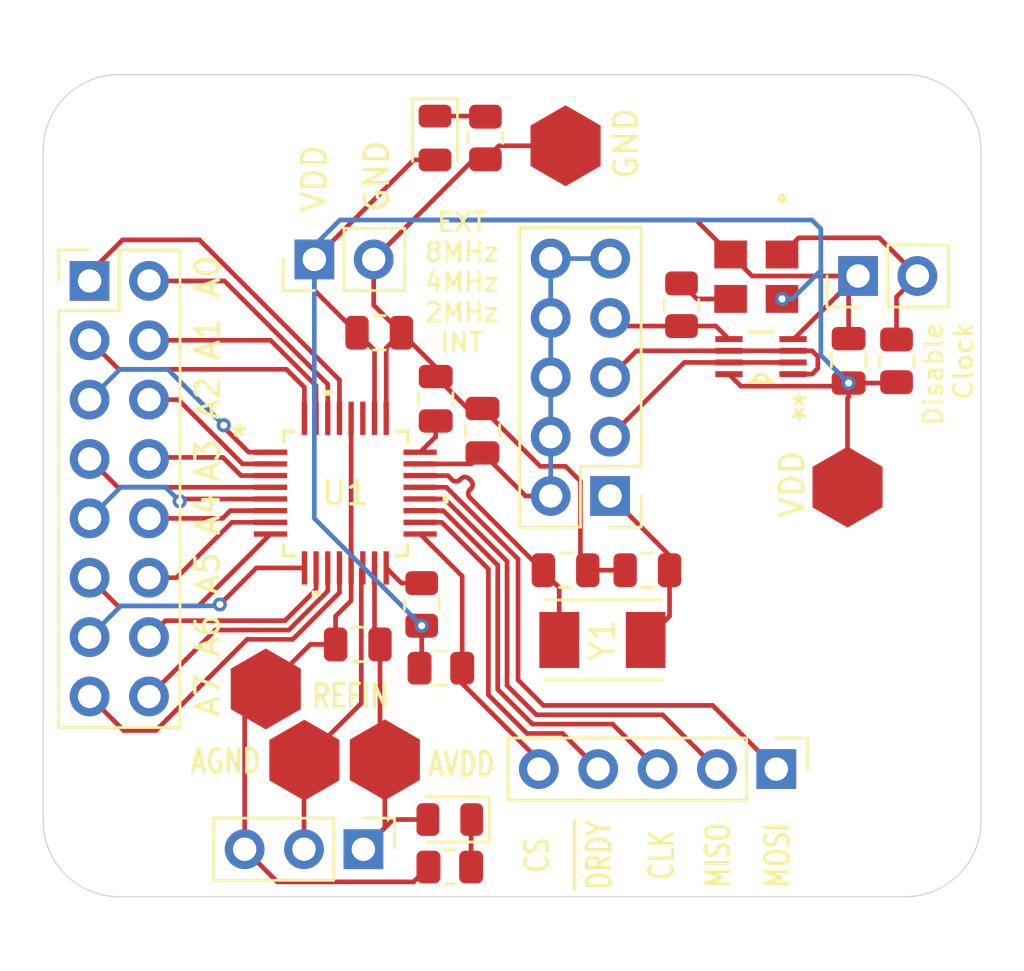
<source format=kicad_pcb>
(kicad_pcb (version 20240108) (generator "pcbnew") (generator_version "8.0")
  (layers (0 "F.Cu" signal) (31 "B.Cu" signal) (34 "B.Paste" user) (35 "F.Paste" user) (36 "B.SilkS" user "B.Silkscreen") (37 "F.SilkS" user "F.Silkscreen") (38 "B.Mask" user) (39 "F.Mask" user) (44 "Edge.Cuts" user))
  (net 0 "")
  (net 1 "GND")
  (net 2 "Net-(U1-CAP)")
  (net 3 "VDD")
  (net 4 "GNDA")
  (net 5 "VDDA")
  (net 6 "/CLKIN")
  (net 7 "/A7_P")
  (net 8 "/A6_P")
  (net 9 "/A3_P")
  (net 10 "/A4_N")
  (net 11 "/A0_P")
  (net 12 "/A1_N")
  (net 13 "/A0_N")
  (net 14 "/A7_N")
  (net 15 "/A1_P")
  (net 16 "/A2_P")
  (net 17 "/A6_N")
  (net 18 "/A4_P")
  (net 19 "/A3_N")
  (net 20 "/A5_P")
  (net 21 "/A5_N")
  (net 22 "/A2_N")
  (net 23 "/4MHz")
  (net 24 "/2MHz")
  (net 25 "/8MHz")
  (net 26 "/REFIN")
  (net 27 "/MISO")
  (net 28 "/MOSI")
  (net 29 "/*DRDY")
  (net 30 "/CLK")
  (net 31 "/CS")
  (net 32 "Net-(JP1-B)")
  (net 33 "/NSYNC")
  (net 34 "Net-(X1-OUT)")
  (net 35 "/XTAL2")
  (net 37 "/INT_OSC")
  (net 38 "Net-(D1-K)")
  (net 39 "Net-(D2-K)")
  (footprint "SVT_Special:TestPoint_HEX_3mmID" (layer "F.Cu") (at 33.528 51.816)
    (property "Reference" "TP4" (hide yes))
    (property "Value" "TestPoint")
    (pad "1" connect custom (at 0 0) (size 3 3) (layers "F.Cu" "F.Mask") (net 4 "GNDA") (options (clearance outline) (anchor circle)) (primitives (gr_poly (pts (xy 0 -1.732051) (xy 1.5 -0.866025) (xy 1.5 0.866025) (xy 0 1.732051) (xy -1.5 0.866025) (xy -1.5 -0.866025)) (width 0) (fill yes))))
  )
  (footprint "MountingHole:MountingHole_3mm" (layer "F.Cu") (at 60.833 28.829)
    (property "Reference" "H2" (hide yes))
    (property "Value" "MountingHole")
    (pad "" np_thru_hole circle (at 0 0) (size 3 3) (drill 3) (layers "*.Cu" "*.Mask"))
  )
  (footprint "Capacitor_SMD:C_0805_2012Metric" (layer "F.Cu") (at 40.8 39.4 90)
    (property "Reference" "C1" (hide yes))
    (property "Value" "220n")
    (pad "1" smd roundrect (at -0.95 0 90) (size 1 1.45) (layers "F.Cu" "F.Paste" "F.Mask") (net 2 "Net-(U1-CAP)"))
    (pad "2" smd roundrect (at 0.95 0 90) (size 1 1.45) (layers "F.Cu" "F.Paste" "F.Mask") (net 1 "GND"))
  )
  (footprint "SVT_Special:TestPoint_HEX_3mmID" (layer "F.Cu") (at 58.42 43.18)
    (property "Reference" "TP1" (hide yes))
    (property "Value" "TestPoint")
    (pad "1" connect custom (at 0 0) (size 3 3) (layers "F.Cu" "F.Mask") (net 3 "VDD") (options (clearance outline) (anchor circle)) (primitives (gr_poly (pts (xy 0 -1.732051) (xy 1.5 -0.866025) (xy 1.5 0.866025) (xy 0 1.732051) (xy -1.5 0.866025) (xy -1.5 -0.866025)) (width 0) (fill yes))))
  )
  (footprint "Connector_PinHeader_2.54mm:PinHeader_1x03_P2.54mm_Vertical" (layer "F.Cu") (at 37.704 58.674 -90)
    (property "Reference" "J4" (hide yes))
    (property "Value" "Analog Power")
    (pad "1" thru_hole rect (at 0 0 270) (size 1.7 1.7) (drill 1) (layers "*.Cu" "*.Mask") (net 5 "VDDA"))
    (pad "2" thru_hole oval (at 0 2.54 270) (size 1.7 1.7) (drill 1) (layers "*.Cu" "*.Mask") (net 26 "/REFIN"))
    (pad "3" thru_hole oval (at 0 5.08 270) (size 1.7 1.7) (drill 1) (layers "*.Cu" "*.Mask") (net 4 "GNDA"))
  )
  (footprint "Crystal:Crystal_SMD_TXC_7A-2Pin_5x3.2mm" (layer "F.Cu") (at 47.9336 49.721497 180)
    (property "Reference" "Y1" (at 0 0 90) (layer "F.SilkS"))
    (property "Value" "Crystal_Small")
    (pad "1" smd rect (at -1.85 0 180) (size 1.7 2.4) (layers "F.Cu" "F.Paste" "F.Mask") (net 37 "/INT_OSC"))
    (pad "2" smd rect (at 1.85 0 180) (size 1.7 2.4) (layers "F.Cu" "F.Paste" "F.Mask") (net 35 "/XTAL2"))
  )
  (footprint "MountingHole:MountingHole_3mm" (layer "F.Cu") (at 60.833 57.404)
    (property "Reference" "H4" (hide yes))
    (property "Value" "MountingHole")
    (pad "" np_thru_hole circle (at 0 0) (size 3 3) (drill 3) (layers "*.Cu" "*.Mask"))
  )
  (footprint "Capacitor_SMD:C_0805_2012Metric" (layer "F.Cu") (at 58.466494 37.776999 -90)
    (property "Reference" "C4" (hide yes))
    (property "Value" "1u")
    (pad "1" smd roundrect (at -0.95 0 270) (size 1 1.45) (layers "F.Cu" "F.Paste" "F.Mask") (net 1 "GND"))
    (pad "2" smd roundrect (at 0.95 0 270) (size 1 1.45) (layers "F.Cu" "F.Paste" "F.Mask") (net 3 "VDD"))
  )
  (footprint "Resistor_SMD:R_0805_2012Metric" (layer "F.Cu") (at 41.021 50.927)
    (property "Reference" "R2" (hide yes))
    (property "Value" "100k")
    (pad "1" smd roundrect (at -0.9125 0) (size 1.025 1.4) (layers "F.Cu" "F.Paste" "F.Mask") (roundrect_rratio 0.243902) (net 3 "VDD"))
    (pad "2" smd roundrect (at 0.9125 0) (size 1.025 1.4) (layers "F.Cu" "F.Paste" "F.Mask") (roundrect_rratio 0.243902) (net 31 "/CS"))
  )
  (footprint "Resistor_SMD:R_0805_2012Metric" (layer "F.Cu") (at 40.2 48.2 90)
    (property "Reference" "R1" (hide yes))
    (property "Value" "100k")
    (pad "1" smd roundrect (at -0.9125 0 90) (size 1.025 1.4) (layers "F.Cu" "F.Paste" "F.Mask") (roundrect_rratio 0.243902) (net 3 "VDD"))
    (pad "2" smd roundrect (at 0.9125 0 90) (size 1.025 1.4) (layers "F.Cu" "F.Paste" "F.Mask") (roundrect_rratio 0.243902) (net 33 "/NSYNC"))
  )
  (footprint "SN74AUP2G80DCUR:DCU8" (layer "F.Cu") (at 54.717097 37.596399 180)
    (property "Reference" "U2" (hide yes))
    (property "Value" "SN74AUP2G80DCUR")
    (fp_text user "*" (at -1.6256 -2.147 360) (layer "F.SilkS"))
    (fp_text user "*" (at -1.6256 -2.147 180) (layer "F.SilkS"))
    (pad "1" smd rect (at -1.3716 -0.750001 180) (size 1.1684 0.254) (layers "F.Cu" "F.Paste" "F.Mask") (net 23 "/4MHz"))
    (pad "2" smd rect (at -1.3716 -0.25 180) (size 1.1684 0.254) (layers "F.Cu" "F.Paste" "F.Mask") (net 24 "/2MHz"))
    (pad "3" smd rect (at -1.3716 0.25 180) (size 1.1684 0.254) (layers "F.Cu" "F.Paste" "F.Mask") (net 23 "/4MHz"))
    (pad "4" smd rect (at -1.3716 0.750001 180) (size 1.1684 0.254) (layers "F.Cu" "F.Paste" "F.Mask") (net 1 "GND"))
    (pad "5" smd rect (at 1.3716 0.750001 180) (size 1.1684 0.254) (layers "F.Cu" "F.Paste" "F.Mask") (net 25 "/8MHz"))
    (pad "6" smd rect (at 1.3716 0.25 180) (size 1.1684 0.254) (layers "F.Cu" "F.Paste" "F.Mask") (net 23 "/4MHz"))
    (pad "7" smd rect (at 1.3716 -0.25 180) (size 1.1684 0.254) (layers "F.Cu" "F.Paste" "F.Mask") (net 24 "/2MHz"))
    (pad "8" smd rect (at 1.3716 -0.750001 180) (size 1.1684 0.254) (layers "F.Cu" "F.Paste" "F.Mask") (net 3 "VDD"))
  )
  (footprint "LED_SMD:LED_0805_2012Metric" (layer "F.Cu") (at 40.767 28.2425 -90)
    (property "Reference" "D1" (hide yes))
    (property "Value" "LED")
    (pad "1" smd roundrect (at -0.9375 0 270) (size 0.975 1.4) (layers "F.Cu" "F.Paste" "F.Mask") (net 38 "Net-(D1-K)"))
    (pad "2" smd roundrect (at 0.9375 0 270) (size 0.975 1.4) (layers "F.Cu" "F.Paste" "F.Mask") (net 3 "VDD"))
  )
  (footprint "Connector_PinHeader_2.54mm:PinHeader_2x08_P2.54mm_Vertical" (layer "F.Cu") (at 25.9906 34.357497)
    (property "Reference" "J1" (hide yes))
    (property "Value" "Analog Pins")
    (pad "1" thru_hole rect (at 0 0) (size 1.7 1.7) (drill 1) (layers "*.Cu" "*.Mask") (net 11 "/A0_P"))
    (pad "2" thru_hole oval (at 2.54 0) (size 1.7 1.7) (drill 1) (layers "*.Cu" "*.Mask") (net 13 "/A0_N"))
    (pad "3" thru_hole oval (at 0 2.54) (size 1.7 1.7) (drill 1) (layers "*.Cu" "*.Mask") (net 15 "/A1_P"))
    (pad "4" thru_hole oval (at 2.54 2.54) (size 1.7 1.7) (drill 1) (layers "*.Cu" "*.Mask") (net 12 "/A1_N"))
    (pad "5" thru_hole oval (at 0 5.08) (size 1.7 1.7) (drill 1) (layers "*.Cu" "*.Mask") (net 16 "/A2_P"))
    (pad "6" thru_hole oval (at 2.54 5.08) (size 1.7 1.7) (drill 1) (layers "*.Cu" "*.Mask") (net 22 "/A2_N"))
    (pad "7" thru_hole oval (at 0 7.62) (size 1.7 1.7) (drill 1) (layers "*.Cu" "*.Mask") (net 9 "/A3_P"))
    (pad "8" thru_hole oval (at 2.54 7.62) (size 1.7 1.7) (drill 1) (layers "*.Cu" "*.Mask") (net 19 "/A3_N"))
    (pad "9" thru_hole oval (at 0 10.16) (size 1.7 1.7) (drill 1) (layers "*.Cu" "*.Mask") (net 18 "/A4_P"))
    (pad "10" thru_hole oval (at 2.54 10.16) (size 1.7 1.7) (drill 1) (layers "*.Cu" "*.Mask") (net 10 "/A4_N"))
    (pad "11" thru_hole oval (at 0 12.7) (size 1.7 1.7) (drill 1) (layers "*.Cu" "*.Mask") (net 20 "/A5_P"))
    (pad "12" thru_hole oval (at 2.54 12.7) (size 1.7 1.7) (drill 1) (layers "*.Cu" "*.Mask") (net 21 "/A5_N"))
    (pad "13" thru_hole oval (at 0 15.24) (size 1.7 1.7) (drill 1) (layers "*.Cu" "*.Mask") (net 8 "/A6_P"))
    (pad "14" thru_hole oval (at 2.54 15.24) (size 1.7 1.7) (drill 1) (layers "*.Cu" "*.Mask") (net 17 "/A6_N"))
    (pad "15" thru_hole oval (at 0 17.78) (size 1.7 1.7) (drill 1) (layers "*.Cu" "*.Mask") (net 7 "/A7_P"))
    (pad "16" thru_hole oval (at 2.54 17.78) (size 1.7 1.7) (drill 1) (layers "*.Cu" "*.Mask") (net 14 "/A7_N"))
  )
  (footprint "MountingHole:MountingHole_3mm" (layer "F.Cu") (at 27.305 28.829)
    (property "Reference" "H1" (hide yes))
    (property "Value" "MountingHole")
    (pad "" np_thru_hole circle (at 0 0) (size 3 3) (drill 3) (layers "*.Cu" "*.Mask"))
  )
  (footprint "Resistor_SMD:R_0805_2012Metric" (layer "F.Cu") (at 42.926 28.2425 -90)
    (property "Reference" "R5" (hide yes))
    (property "Value" "500")
    (pad "1" smd roundrect (at -0.9125 0 270) (size 1.025 1.4) (layers "F.Cu" "F.Paste" "F.Mask") (roundrect_rratio 0.243902) (net 38 "Net-(D1-K)"))
    (pad "2" smd roundrect (at 0.9125 0 270) (size 1.025 1.4) (layers "F.Cu" "F.Paste" "F.Mask") (roundrect_rratio 0.243902) (net 1 "GND"))
  )
  (footprint "Capacitor_SMD:C_0805_2012Metric" (layer "F.Cu") (at 42.799 40.767 90)
    (property "Reference" "C5" (hide yes))
    (property "Value" "10p")
    (pad "1" smd roundrect (at -0.95 0 90) (size 1 1.45) (layers "F.Cu" "F.Paste" "F.Mask") (net 6 "/CLKIN"))
    (pad "2" smd roundrect (at 0.95 0 90) (size 1 1.45) (layers "F.Cu" "F.Paste" "F.Mask") (net 1 "GND"))
  )
  (footprint "SVT_Special:TestPoint_HEX_3mmID" (layer "F.Cu") (at 46.355 28.575)
    (property "Reference" "TP3" (hide yes))
    (property "Value" "TestPoint")
    (pad "1" connect custom (at 0 0) (size 3 3) (layers "F.Cu" "F.Mask") (net 1 "GND") (options (clearance outline) (anchor circle)) (primitives (gr_poly (pts (xy 0 -1.732051) (xy 1.5 -0.866025) (xy 1.5 0.866025) (xy 0 1.732051) (xy -1.5 0.866025) (xy -1.5 -0.866025)) (width 0) (fill yes))))
  )
  (footprint "LED_SMD:LED_0805_2012Metric" (layer "F.Cu") (at 41.402 57.404 180)
    (property "Reference" "D2" (hide yes))
    (property "Value" "LED")
    (pad "1" smd roundrect (at -0.9375 0 180) (size 0.975 1.4) (layers "F.Cu" "F.Paste" "F.Mask") (net 39 "Net-(D2-K)"))
    (pad "2" smd roundrect (at 0.9375 0 180) (size 0.975 1.4) (layers "F.Cu" "F.Paste" "F.Mask") (net 5 "VDDA"))
  )
  (footprint "SVT_Special:TestPoint_HEX_3mmID" (layer "F.Cu") (at 35.179 54.864)
    (property "Reference" "TP5" (hide yes))
    (property "Value" "TestPoint")
    (pad "1" connect custom (at 0 0) (size 3 3) (layers "F.Cu" "F.Mask") (net 26 "/REFIN") (options (clearance outline) (anchor circle)) (primitives (gr_poly (pts (xy 0 -1.732051) (xy 1.5 -0.866025) (xy 1.5 0.866025) (xy 0 1.732051) (xy -1.5 0.866025) (xy -1.5 -0.866025)) (width 0) (fill yes))))
  )
  (footprint "Capacitor_SMD:C_0805_2012Metric" (layer "F.Cu") (at 38.3806 36.576)
    (property "Reference" "C2" (hide yes))
    (property "Value" "1u")
    (pad "1" smd roundrect (at -0.95 0) (size 1 1.45) (layers "F.Cu" "F.Paste" "F.Mask") (net 3 "VDD"))
    (pad "2" smd roundrect (at 0.95 0) (size 1 1.45) (layers "F.Cu" "F.Paste" "F.Mask") (net 1 "GND"))
  )
  (footprint "Capacitor_SMD:C_0805_2012Metric" (layer "F.Cu") (at 46.355 46.736)
    (property "Reference" "C7" (hide yes))
    (property "Value" "12p")
    (pad "1" smd roundrect (at -0.95 0) (size 1 1.45) (layers "F.Cu" "F.Paste" "F.Mask") (net 35 "/XTAL2"))
    (pad "2" smd roundrect (at 0.95 0) (size 1 1.45) (layers "F.Cu" "F.Paste" "F.Mask") (net 1 "GND"))
  )
  (footprint "SIT8924BA_22_33E_8_192000:SMD4_SIT8924B_3P2X2P5X0P75_SIT" (layer "F.Cu") (at 54.5171 34.176999 -90)
    (property "Reference" "X1" (hide yes))
    (property "Value" "SIT8924BA-22-33E-8.192000")
    (pad "1" smd rect (at -0.950001 -1.1 270) (size 1.1938 1.397) (layers "F.Cu" "F.Paste" "F.Mask") (net 32 "Net-(JP1-B)"))
    (pad "2" smd rect (at -0.950001 1.1 270) (size 1.1938 1.397) (layers "F.Cu" "F.Paste" "F.Mask") (net 1 "GND"))
    (pad "3" smd rect (at 0.950001 1.1 270) (size 1.1938 1.397) (layers "F.Cu" "F.Paste" "F.Mask") (net 34 "Net-(X1-OUT)"))
    (pad "4" smd rect (at 0.950001 -1.1 270) (size 1.1938 1.397) (layers "F.Cu" "F.Paste" "F.Mask") (net 3 "VDD"))
  )
  (footprint "MountingHole:MountingHole_3mm" (layer "F.Cu") (at 27.305 57.404)
    (property "Reference" "H3" (hide yes))
    (property "Value" "MountingHole")
    (pad "" np_thru_hole circle (at 0 0) (size 3 3) (drill 3) (layers "*.Cu" "*.Mask"))
  )
  (footprint "Connector_PinHeader_2.54mm:PinHeader_1x02_P2.54mm_Vertical" (layer "F.Cu") (at 35.6056 33.437497 90)
    (property "Reference" "J2" (hide yes))
    (property "Value" "Digital Power")
    (pad "1" thru_hole rect (at 0 0 90) (size 1.7 1.7) (drill 1) (layers "*.Cu" "*.Mask") (net 3 "VDD"))
    (pad "2" thru_hole oval (at 0 2.54 90) (size 1.7 1.7) (drill 1) (layers "*.Cu" "*.Mask") (net 1 "GND"))
  )
  (footprint "Resistor_SMD:R_0805_2012Metric" (layer "F.Cu") (at 51.3171 35.376999 -90)
    (property "Reference" "R4" (hide yes))
    (property "Value" "100k")
    (pad "1" smd roundrect (at -0.9125 0 270) (size 1.025 1.4) (layers "F.Cu" "F.Paste" "F.Mask") (roundrect_rratio 0.243902) (net 34 "Net-(X1-OUT)"))
    (pad "2" smd roundrect (at 0.9125 0 270) (size 1.025 1.4) (layers "F.Cu" "F.Paste" "F.Mask") (roundrect_rratio 0.243902) (net 25 "/8MHz"))
  )
  (footprint "Resistor_SMD:R_0805_2012Metric" (layer "F.Cu") (at 41.402 59.436 180)
    (property "Reference" "R6" (hide yes))
    (property "Value" "500")
    (pad "1" smd roundrect (at -0.9125 0 180) (size 1.025 1.4) (layers "F.Cu" "F.Paste" "F.Mask") (roundrect_rratio 0.243902) (net 39 "Net-(D2-K)"))
    (pad "2" smd roundrect (at 0.9125 0 180) (size 1.025 1.4) (layers "F.Cu" "F.Paste" "F.Mask") (roundrect_rratio 0.243902) (net 4 "GNDA"))
  )
  (footprint "Capacitor_SMD:C_0805_2012Metric" (layer "F.Cu") (at 37.465 49.911 180)
    (property "Reference" "C3" (hide yes))
    (property "Value" "1u")
    (pad "1" smd roundrect (at -0.95 0 180) (size 1 1.45) (layers "F.Cu" "F.Paste" "F.Mask") (net 5 "VDDA"))
    (pad "2" smd roundrect (at 0.95 0 180) (size 1 1.45) (layers "F.Cu" "F.Paste" "F.Mask") (net 4 "GNDA"))
  )
  (footprint "ADS131M08-Q1:TQFP32_PBS_TEX" (layer "F.Cu") (at 36.9306 43.437497)
    (property "Reference" "U1" (at 0 0 0) (layer "F.SilkS"))
    (property "Value" "ADS131M08QPBSRQ1")
    (fp_text user "*" (at -4.5466 -2.381 0) (layer "F.SilkS"))
    (pad "1" smd rect (at -3.2004 -1.749999 90) (size 0.2286 1.4224) (layers "F.Cu" "F.Paste" "F.Mask") (net 16 "/A2_P"))
    (pad "2" smd rect (at -3.2004 -1.25 90) (size 0.2286 1.4224) (layers "F.Cu" "F.Paste" "F.Mask") (net 22 "/A2_N"))
    (pad "3" smd rect (at -3.2004 -0.750001 90) (size 0.2286 1.4224) (layers "F.Cu" "F.Paste" "F.Mask") (net 19 "/A3_N"))
    (pad "4" smd rect (at -3.2004 -0.25 90) (size 0.2286 1.4224) (layers "F.Cu" "F.Paste" "F.Mask") (net 9 "/A3_P"))
    (pad "5" smd rect (at -3.2004 0.25 90) (size 0.2286 1.4224) (layers "F.Cu" "F.Paste" "F.Mask") (net 18 "/A4_P"))
    (pad "6" smd rect (at -3.2004 0.750001 90) (size 0.2286 1.4224) (layers "F.Cu" "F.Paste" "F.Mask") (net 10 "/A4_N"))
    (pad "7" smd rect (at -3.2004 1.25 90) (size 0.2286 1.4224) (layers "F.Cu" "F.Paste" "F.Mask") (net 21 "/A5_N"))
    (pad "8" smd rect (at -3.2004 1.749999 90) (size 0.2286 1.4224) (layers "F.Cu" "F.Paste" "F.Mask") (net 20 "/A5_P"))
    (pad "9" smd rect (at -1.749999 3.2004) (size 0.2286 1.4224) (layers "F.Cu" "F.Paste" "F.Mask") (net 8 "/A6_P"))
    (pad "10" smd rect (at -1.25 3.2004) (size 0.2286 1.4224) (layers "F.Cu" "F.Paste" "F.Mask") (net 17 "/A6_N"))
    (pad "11" smd rect (at -0.750001 3.2004) (size 0.2286 1.4224) (layers "F.Cu" "F.Paste" "F.Mask") (net 14 "/A7_N"))
    (pad "12" smd rect (at -0.25 3.2004) (size 0.2286 1.4224) (layers "F.Cu" "F.Paste" "F.Mask") (net 7 "/A7_P"))
    (pad "13" smd rect (at 0.25 3.2004) (size 0.2286 1.4224) (layers "F.Cu" "F.Paste" "F.Mask") (net 4 "GNDA"))
    (pad "14" smd rect (at 0.750001 3.2004) (size 0.2286 1.4224) (layers "F.Cu" "F.Paste" "F.Mask") (net 26 "/REFIN"))
    (pad "15" smd rect (at 1.25 3.2004) (size 0.2286 1.4224) (layers "F.Cu" "F.Paste" "F.Mask") (net 5 "VDDA"))
    (pad "16" smd rect (at 1.749999 3.2004) (size 0.2286 1.4224) (layers "F.Cu" "F.Paste" "F.Mask") (net 33 "/NSYNC"))
    (pad "17" smd rect (at 3.2004 1.749999 90) (size 0.2286 1.4224) (layers "F.Cu" "F.Paste" "F.Mask") (net 31 "/CS"))
    (pad "18" smd rect (at 3.2004 1.25 90) (size 0.2286 1.4224) (layers "F.Cu" "F.Paste" "F.Mask") (net 29 "/*DRDY"))
    (pad "19" smd rect (at 3.2004 0.750001 90) (size 0.2286 1.4224) (layers "F.Cu" "F.Paste" "F.Mask") (net 30 "/CLK"))
    (pad "20" smd rect (at 3.2004 0.25 90) (size 0.2286 1.4224) (layers "F.Cu" "F.Paste" "F.Mask") (net 27 "/MISO"))
    (pad "21" smd rect (at 3.2004 -0.25 90) (size 0.2286 1.4224) (layers "F.Cu" "F.Paste" "F.Mask") (net 28 "/MOSI"))
    (pad "22" smd rect (at 3.2004 -0.750001 90) (size 0.2286 1.4224) (layers "F.Cu" "F.Paste" "F.Mask") (net 35 "/XTAL2"))
    (pad "23" smd rect (at 3.2004 -1.25 90) (size 0.2286 1.4224) (layers "F.Cu" "F.Paste" "F.Mask") (net 6 "/CLKIN"))
    (pad "24" smd rect (at 3.2004 -1.749999 90) (size 0.2286 1.4224) (layers "F.Cu" "F.Paste" "F.Mask") (net 2 "Net-(U1-CAP)"))
    (pad "25" smd rect (at 1.749999 -3.2004) (size 0.2286 1.4224) (layers "F.Cu" "F.Paste" "F.Mask") (net 1 "GND"))
    (pad "26" smd rect (at 1.25 -3.2004) (size 0.2286 1.4224) (layers "F.Cu" "F.Paste" "F.Mask") (net 3 "VDD"))
    (pad "27" smd rect (at 0.750001 -3.2004) (size 0.2286 1.4224) (layers "F.Cu" "F.Paste" "F.Mask"))
    (pad "28" smd rect (at 0.25 -3.2004) (size 0.2286 1.4224) (layers "F.Cu" "F.Paste" "F.Mask") (net 4 "GNDA"))
    (pad "29" smd rect (at -0.25 -3.2004) (size 0.2286 1.4224) (layers "F.Cu" "F.Paste" "F.Mask") (net 11 "/A0_P"))
    (pad "30" smd rect (at -0.750001 -3.2004) (size 0.2286 1.4224) (layers "F.Cu" "F.Paste" "F.Mask") (net 13 "/A0_N"))
    (pad "31" smd rect (at -1.25 -3.2004) (size 0.2286 1.4224) (layers "F.Cu" "F.Paste" "F.Mask") (net 12 "/A1_N"))
    (pad "32" smd rect (at -1.749999 -3.2004) (size 0.2286 1.4224) (layers "F.Cu" "F.Paste" "F.Mask") (net 15 "/A1_P"))
  )
  (footprint "Resistor_SMD:R_0805_2012Metric" (layer "F.Cu") (at 60.516497 37.776999 -90)
    (property "Reference" "R3" (hide yes))
    (property "Value" "100k")
    (pad "1" smd roundrect (at -0.9125 0 270) (size 1.025 1.4) (layers "F.Cu" "F.Paste" "F.Mask") (roundrect_rratio 0.243902) (net 32 "Net-(JP1-B)"))
    (pad "2" smd roundrect (at 0.9125 0 270) (size 1.025 1.4) (layers "F.Cu" "F.Paste" "F.Mask") (roundrect_rratio 0.243902) (net 3 "VDD"))
  )
  (footprint "Connector_PinHeader_2.54mm:PinHeader_2x05_P2.54mm_Vertical" (layer "F.Cu") (at 48.26 43.561 180)
    (property "Reference" "J3" (hide yes))
    (property "Value" "Clock Chooser")
    (pad "1" thru_hole rect (at 0 0 180) (size 1.7 1.7) (drill 1) (layers "*.Cu" "*.Mask") (net 37 "/INT_OSC"))
    (pad "2" thru_hole oval (at 2.54 0 180) (size 1.7 1.7) (drill 1) (layers "*.Cu" "*.Mask") (net 6 "/CLKIN"))
    (pad "3" thru_hole oval (at 0 2.54 180) (size 1.7 1.7) (drill 1) (layers "*.Cu" "*.Mask") (net 24 "/2MHz"))
    (pad "4" thru_hole oval (at 2.54 2.54 180) (size 1.7 1.7) (drill 1) (layers "*.Cu" "*.Mask") (net 6 "/CLKIN"))
    (pad "5" thru_hole oval (at 0 5.08 180) (size 1.7 1.7) (drill 1) (layers "*.Cu" "*.Mask") (net 23 "/4MHz"))
    (pad "6" thru_hole oval (at 2.54 5.08 180) (size 1.7 1.7) (drill 1) (layers "*.Cu" "*.Mask") (net 6 "/CLKIN"))
    (pad "7" thru_hole oval (at 0 7.62 180) (size 1.7 1.7) (drill 1) (layers "*.Cu" "*.Mask") (net 25 "/8MHz"))
    (pad "8" thru_hole oval (at 2.54 7.62 180) (size 1.7 1.7) (drill 1) (layers "*.Cu" "*.Mask") (net 6 "/CLKIN"))
    (pad "9" thru_hole oval (at 0 10.16 180) (size 1.7 1.7) (drill 1) (layers "*.Cu" "*.Mask") (net 6 "/CLKIN"))
    (pad "10" thru_hole oval (at 2.54 10.16 180) (size 1.7 1.7) (drill 1) (layers "*.Cu" "*.Mask") (net 6 "/CLKIN"))
  )
  (footprint "SVT_Special:TestPoint_HEX_3mmID" (layer "F.Cu") (at 38.623 54.849)
    (property "Reference" "TP2" (hide yes))
    (property "Value" "TestPoint")
    (pad "1" connect custom (at 0 0) (size 3 3) (layers "F.Cu" "F.Mask") (net 5 "VDDA") (options (clearance outline) (anchor circle)) (primitives (gr_poly (pts (xy 0 -1.732051) (xy 1.5 -0.866025) (xy 1.5 0.866025) (xy 0 1.732051) (xy -1.5 0.866025) (xy -1.5 -0.866025)) (width 0) (fill yes))))
  )
  (footprint "Connector_PinHeader_2.54mm:PinHeader_1x05_P2.54mm_Vertical" (layer "F.Cu") (at 55.372 55.245 -90)
    (property "Reference" "J5" (hide yes))
    (property "Value" "SPI Communication")
    (pad "1" thru_hole rect (at 0 0 270) (size 1.7 1.7) (drill 1) (layers "*.Cu" "*.Mask") (net 28 "/MOSI"))
    (pad "2" thru_hole oval (at 0 2.54 270) (size 1.7 1.7) (drill 1) (layers "*.Cu" "*.Mask") (net 27 "/MISO"))
    (pad "3" thru_hole oval (at 0 5.08 270) (size 1.7 1.7) (drill 1) (layers "*.Cu" "*.Mask") (net 30 "/CLK"))
    (pad "4" thru_hole oval (at 0 7.62 270) (size 1.7 1.7) (drill 1) (layers "*.Cu" "*.Mask") (net 29 "/*DRDY"))
    (pad "5" thru_hole oval (at 0 10.16 270) (size 1.7 1.7) (drill 1) (layers "*.Cu" "*.Mask") (net 31 "/CS"))
  )
  (footprint "Connector_PinHeader_2.54mm:PinHeader_1x02_P2.54mm_Vertical" (layer "F.Cu") (at 58.870497 34.1464 90)
    (property "Reference" "JP1" (hide yes))
    (property "Value" "Jumper_2_Open")
    (pad "1" thru_hole rect (at 0 0 90) (size 1.7 1.7) (drill 1) (layers "*.Cu" "*.Mask") (net 1 "GND"))
    (pad "2" thru_hole oval (at 0 2.54 90) (size 1.7 1.7) (drill 1) (layers "*.Cu" "*.Mask") (net 32 "Net-(JP1-B)"))
  )
  (footprint "Capacitor_SMD:C_0805_2012Metric" (layer "F.Cu") (at 49.855 46.736 180)
    (property "Reference" "C6" (hide yes))
    (property "Value" "12p")
    (pad "1" smd roundrect (at -0.95 0 180) (size 1 1.45) (layers "F.Cu" "F.Paste" "F.Mask") (net 37 "/INT_OSC"))
    (pad "2" smd roundrect (at 0.95 0 180) (size 1 1.45) (layers "F.Cu" "F.Paste" "F.Mask") (net 1 "GND"))
  )
  (gr_line (start 27.2542 25.527) (end 60.8838 25.527) (stroke (width 0.05)) (layer "Edge.Cuts"))
  (gr_arc (start 64.135 57.4548) (mid 63.182746 59.753746) (end 60.8838 60.706) (stroke (width 0.05)) (layer "Edge.Cuts"))
  (gr_arc (start 60.8838 25.527) (mid 63.182746 26.479254) (end 64.135 28.7782) (stroke (width 0.05)) (layer "Edge.Cuts"))
  (gr_line (start 24.003 57.4548) (end 24.003 28.7782) (stroke (width 0.05)) (layer "Edge.Cuts"))
  (gr_arc (start 24.003 28.7782) (mid 24.955254 26.479254) (end 27.2542 25.527) (stroke (width 0.05)) (layer "Edge.Cuts"))
  (gr_line (start 64.135 28.7782) (end 64.135 57.4548) (stroke (width 0.05)) (layer "Edge.Cuts"))
  (gr_arc (start 27.2542 60.706) (mid 24.955254 59.753746) (end 24.003 57.4548) (stroke (width 0.05)) (layer "Edge.Cuts"))
  (gr_line (start 60.8838 60.706) (end 27.2542 60.706) (stroke (width 0.05)) (layer "Edge.Cuts"))
  (gr_text "GND" (at 38.862 31.496 90) (layer "F.SilkS") (effects (font (size 1 1)) (justify left bottom)))
  (gr_text "A7" (at 31.623 53.086 90) (layer "F.SilkS") (effects (font (size 1 1)) (justify left bottom)))
  (gr_text "_____\nDRDY" (at 48.387 58.928001 90) (layer "F.SilkS") (effects (font (size 1 0.762)) (justify bottom)))
  (gr_text "A6" (at 31.623 50.546 90) (layer "F.SilkS") (effects (font (size 1 1)) (justify left bottom)))
  (gr_text "EXT\n8MHz\n4MHz\n2MHz\nINT" (at 41.91 34.417 0) (layer "F.SilkS") (effects (font (size 0.8001 0.8001) (thickness 0.127))))
  (gr_text "Disable\nClock" (at 62.738 36.068 90) (layer "F.SilkS") (effects (font (size 0.8001 0.8001) (thickness 0.127)) (justify right)))
  (gr_text "A4" (at 31.623 45.339 90) (layer "F.SilkS") (effects (font (size 1 1)) (justify left bottom)))
  (gr_text "CLK" (at 51.054 58.928001 90) (layer "F.SilkS") (effects (font (size 1 0.762)) (justify bottom)))
  (gr_text "MOSI" (at 56.007 58.928 90) (layer "F.SilkS") (effects (font (size 1 0.762)) (justify bottom)))
  (gr_text "A1" (at 31.623 37.846 90) (layer "F.SilkS") (effects (font (size 1 1)) (justify left bottom)))
  (gr_text "AVDD" (at 40.386 55.626 0) (layer "F.SilkS") (effects (font (size 1 0.762)) (justify left bottom)))
  (gr_text "VDD" (at 56.642 44.577 90) (layer "F.SilkS") (effects (font (size 1 1)) (justify left bottom)))
  (gr_text "MISO\n" (at 53.467 58.928 90) (layer "F.SilkS") (effects (font (size 1 0.762)) (justify bottom)))
  (gr_text "CS" (at 45.72 58.928 90) (layer "F.SilkS") (effects (font (size 1 0.762)) (justify bottom)))
  (gr_text "REFIN" (at 35.433 52.705 0) (layer "F.SilkS") (effects (font (size 1 0.762)) (justify left bottom)))
  (gr_text "A0" (at 31.623 35.179 90) (layer "F.SilkS") (effects (font (size 1 1)) (justify left bottom)))
  (gr_text "A2" (at 31.623 40.386 90) (layer "F.SilkS") (effects (font (size 1 1)) (justify left bottom)))
  (gr_text "A5" (at 31.623 47.879 90) (layer "F.SilkS") (effects (font (size 1 1)) (justify left bottom)))
  (gr_text "GND" (at 49.53 30.099 90) (layer "F.SilkS") (effects (font (size 1 1)) (justify left bottom)))
  (gr_text "AGND" (at 30.226 55.499 0) (layer "F.SilkS") (effects (font (size 1 0.762)) (justify left bottom)))
  (gr_text "A3" (at 31.623 43.053 90) (layer "F.SilkS") (effects (font (size 1 1)) (justify left bottom)))
  (gr_text "VDD" (at 36.195 31.496 90) (layer "F.SilkS") (effects (font (size 1 1)) (justify left bottom)))
  (segment (start 40.8 38.45) (end 42.167 39.817) (width 0.2) (layer "F.Cu") (net 1))
  (segment (start 43.506 28.575) (end 46.355 28.575) (width 0.2) (layer "F.Cu") (net 1))
  (segment (start 46.99 42.926) (end 46.99 46.421) (width 0.2) (layer "F.Cu") (net 1))
  (segment (start 54.336502 34.1464) (end 58.870497 34.1464) (width 0.2) (layer "F.Cu") (net 1))
  (segment (start 58.466494 34.550403) (end 58.870497 34.1464) (width 0.2) (layer "F.Cu") (net 1))
  (segment (start 46.99 46.421) (end 47.305 46.736) (width 0.2) (layer "F.Cu") (net 1))
  (segment (start 46.355 42.291) (end 46.99 42.926) (width 0.2) (layer "F.Cu") (net 1))
  (segment (start 53.4171 33.226998) (end 51.940102 31.75) (width 0.2) (layer "F.Cu") (net 1))
  (segment (start 42.926 29.155) (end 43.506 28.575) (width 0.2) (layer "F.Cu") (net 1))
  (segment (start 42.926 29.155) (end 42.428097 29.155) (width 0.2) (layer "F.Cu") (net 1))
  (segment (start 56.088697 36.846398) (end 56.117602 36.846398) (width 0.2) (layer "F.Cu") (net 1))
  (segment (start 58.466494 36.826999) (end 58.466494 34.550403) (width 0.2) (layer "F.Cu") (net 1))
  (segment (start 42.167 39.817) (end 42.799 39.817) (width 0.2) (layer "F.Cu") (net 1))
  (segment (start 53.4171 33.226998) (end 54.336502 34.1464) (width 0.2) (layer "F.Cu") (net 1))
  (segment (start 51.940102 31.75) (end 39.833097 31.75) (width 0.2) (layer "F.Cu") (net 1))
  (segment (start 38.1456 35.391) (end 39.3306 36.576) (width 0.2) (layer "F.Cu") (net 1))
  (segment (start 38.1456 33.437497) (end 38.1456 35.391) (width 0.2) (layer "F.Cu") (net 1))
  (segment (start 58.8176 34.1464) (end 58.870497 34.1464) (width 0.2) (layer "F.Cu") (net 1))
  (segment (start 45.273 42.291) (end 46.355 42.291) (width 0.2) (layer "F.Cu") (net 1))
  (segment (start 48.905 46.736) (end 47.305 46.736) (width 0.2) (layer "F.Cu") (net 1))
  (segment (start 40.8 38.0454) (end 40.8 38.45) (width 0.2) (layer "F.Cu") (net 1))
  (segment (start 56.117602 36.846398) (end 58.8176 34.1464) (width 0.2) (layer "F.Cu") (net 1))
  (segment (start 39.3306 36.576) (end 40.8 38.0454) (width 0.2) (layer "F.Cu") (net 1))
  (segment (start 42.428097 29.155) (end 38.1456 33.437497) (width 0.2) (layer "F.Cu") (net 1))
  (segment (start 42.799 39.817) (end 45.273 42.291) (width 0.2) (layer "F.Cu") (net 1))
  (segment (start 38.680599 37.226001) (end 38.680599 40.237097) (width 0.2) (layer "F.Cu") (net 1))
  (segment (start 39.3306 36.576) (end 38.680599 37.226001) (width 0.2) (layer "F.Cu") (net 1))
  (segment (start 39.833097 31.75) (end 38.1456 33.437497) (width 0.2) (layer "F.Cu") (net 1))
  (segment (start 40.8 40.35) (end 40.8 41.018498) (width 0.2) (layer "F.Cu") (net 2))
  (segment (start 40.8 41.018498) (end 40.131 41.687498) (width 0.2) (layer "F.Cu") (net 2))
  (segment (start 58.331493 38.862) (end 53.861097 38.862) (width 0.2) (layer "F.Cu") (net 3))
  (segment (start 35.6056 34.751) (end 37.4306 36.576) (width 0.2) (layer "F.Cu") (net 3))
  (segment (start 53.861097 38.862) (end 53.345497 38.3464) (width 0.2) (layer "F.Cu") (net 3))
  (segment (start 37.4306 36.576) (end 38.1806 37.326) (width 0.2) (layer "F.Cu") (net 3))
  (segment (start 60.478997 38.726999) (end 60.516497 38.689499) (width 0.2) (layer "F.Cu") (net 3))
  (segment (start 39.863097 29.18) (end 40.767 29.18) (width 0.2) (layer "F.Cu") (net 3))
  (segment (start 58.466494 38.726999) (end 58.466494 39.323506) (width 0.2) (layer "F.Cu") (net 3))
  (segment (start 58.466494 38.726999) (end 60.478997 38.726999) (width 0.2) (layer "F.Cu") (net 3))
  (segment (start 40.2 50.8355) (end 40.1085 50.927) (width 0.2) (layer "F.Cu") (net 3))
  (segment (start 58.466494 39.323506) (end 58.42 39.37) (width 0.2) (layer "F.Cu") (net 3))
  (segment (start 38.1806 37.326) (end 38.1806 40.237097) (width 0.2) (layer "F.Cu") (net 3))
  (segment (start 35.6056 33.437497) (end 39.863097 29.18) (width 0.2) (layer "F.Cu") (net 3))
  (segment (start 40.2 49.1125) (end 40.2 50.8355) (width 0.2) (layer "F.Cu") (net 3))
  (segment (start 58.466494 38.726999) (end 58.331493 38.862) (width 0.2) (layer "F.Cu") (net 3))
  (segment (start 58.42 39.37) (end 58.42 43.18) (width 0.2) (layer "F.Cu") (net 3))
  (segment (start 35.6056 33.437497) (end 35.6056 34.751) (width 0.2) (layer "F.Cu") (net 3))
  (via (at 58.466494 38.726999) (size 0.6) (drill 0.3) (layers "F.Cu" "B.Cu") (net 3))
  (via (at 40.2 49.1125) (size 0.6) (drill 0.3) (layers "F.Cu" "B.Cu") (net 3))
  (via (at 55.6171 35.127) (size 0.6) (drill 0.3) (layers "F.Cu" "B.Cu") (net 3))
  (segment (start 57.277 33.782) (end 57.277 32.131) (width 0.2) (layer "B.Cu") (net 3))
  (segment (start 58.466494 38.726999) (end 57.277 37.537505) (width 0.2) (layer "B.Cu") (net 3))
  (segment (start 57.277 33.909) (end 57.277 33.782) (width 0.2) (layer "B.Cu") (net 3))
  (segment (start 57.277 37.537505) (end 57.277 33.782) (width 0.2) (layer "B.Cu") (net 3))
  (segment (start 55.6171 35.127) (end 56.059 35.127) (width 0.2) (layer "B.Cu") (net 3))
  (segment (start 36.703 31.75) (end 35.6056 32.8474) (width 0.2) (layer "B.Cu") (net 3))
  (segment (start 35.6056 44.5181) (end 35.6056 33.437497) (width 0.2) (layer "B.Cu") (net 3))
  (segment (start 35.6056 32.8474) (end 35.6056 33.437497) (width 0.2) (layer "B.Cu") (net 3))
  (segment (start 56.896 31.75) (end 36.703 31.75) (width 0.2) (layer "B.Cu") (net 3))
  (segment (start 40.2 49.1125) (end 35.6056 44.5181) (width 0.2) (layer "B.Cu") (net 3))
  (segment (start 57.277 32.131) (end 56.896 31.75) (width 0.2) (layer "B.Cu") (net 3))
  (segment (start 56.059 35.127) (end 57.277 33.909) (width 0.2) (layer "B.Cu") (net 3))
  (segment (start 32.624 52.72) (end 33.528 51.816) (width 0.2) (layer "F.Cu") (net 4))
  (segment (start 35.433 49.911) (end 36.515 49.911) (width 0.2) (layer "F.Cu") (net 4))
  (segment (start 39.8545 60.071) (end 34.021 60.071) (width 0.2) (layer "F.Cu") (net 4))
  (segment (start 34.021 60.071) (end 32.624 58.674) (width 0.2) (layer "F.Cu") (net 4))
  (segment (start 32.624 58.674) (end 32.624 52.72) (width 0.2) (layer "F.Cu") (net 4))
  (segment (start 37.1806 48.0364) (end 37.1806 46.637897) (width 0.2) (layer "F.Cu") (net 4))
  (segment (start 40.4895 59.436) (end 39.8545 60.071) (width 0.2) (layer "F.Cu") (net 4))
  (segment (start 37.1806 40.237097) (end 37.1806 46.637897) (width 0.2) (layer "F.Cu") (net 4))
  (segment (start 36.515 49.911) (end 36.515 48.702) (width 0.2) (layer "F.Cu") (net 4))
  (segment (start 33.528 51.816) (end 35.433 49.911) (width 0.2) (layer "F.Cu") (net 4))
  (segment (start 36.515 48.702) (end 37.1806 48.0364) (width 0.2) (layer "F.Cu") (net 4))
  (segment (start 37.704 58.674) (end 38.623 57.755) (width 0.2) (layer "F.Cu") (net 5))
  (segment (start 38.415 54.641) (end 38.623 54.849) (width 0.2) (layer "F.Cu") (net 5))
  (segment (start 38.415 49.911) (end 38.1806 49.6766) (width 0.2) (layer "F.Cu") (net 5))
  (segment (start 38.1806 49.6766) (end 38.1806 46.637897) (width 0.2) (layer "F.Cu") (net 5))
  (segment (start 38.415 49.911) (end 38.415 54.641) (width 0.2) (layer "F.Cu") (net 5))
  (segment (start 38.623 57.755) (end 38.623 54.849) (width 0.2) (layer "F.Cu") (net 5))
  (segment (start 37.704 58.674) (end 38.974 57.404) (width 0.2) (layer "F.Cu") (net 5))
  (segment (start 38.974 57.404) (end 40.4645 57.404) (width 0.2) (layer "F.Cu") (net 5))
  (segment (start 40.131 42.187497) (end 42.328503 42.187497) (width 0.2) (layer "F.Cu") (net 6))
  (segment (start 42.799 41.717) (end 44.643 43.561) (width 0.2) (layer "F.Cu") (net 6))
  (segment (start 44.643 43.561) (end 45.72 43.561) (width 0.2) (layer "F.Cu") (net 6))
  (segment (start 42.328503 42.187497) (end 42.799 41.717) (width 0.2) (layer "F.Cu") (net 6))
  (segment (start 48.26 33.401) (end 45.72 33.401) (width 0.2) (layer "B.Cu") (net 6))
  (segment (start 45.72 33.401) (end 45.72 43.561) (width 0.2) (layer "B.Cu") (net 6))
  (segment (start 32.728 49.695) (end 28.829 53.594) (width 0.2) (layer "F.Cu") (net 7))
  (segment (start 36.6806 47.69477) (end 34.68037 49.695) (width 0.2) (layer "F.Cu") (net 7))
  (segment (start 36.6806 46.637897) (end 36.6806 47.69477) (width 0.2) (layer "F.Cu") (net 7))
  (segment (start 34.68037 49.695) (end 32.728 49.695) (width 0.2) (layer "F.Cu") (net 7))
  (segment (start 28.829 53.594) (end 27.447103 53.594) (width 0.2) (layer "F.Cu") (net 7))
  (segment (start 27.447103 53.594) (end 25.9906 52.137497) (width 0.2) (layer "F.Cu") (net 7))
  (segment (start 31.564613 48.201613) (end 33.128329 46.637897) (width 0.2) (layer "F.Cu") (net 8))
  (segment (start 33.128329 46.637897) (end 35.180601 46.637897) (width 0.2) (layer "F.Cu") (net 8))
  (via (at 31.564613 48.201613) (size 0.6) (drill 0.3) (layers "F.Cu" "B.Cu") (net 8))
  (segment (start 27.328097 48.26) (end 25.9906 49.597497) (width 0.2) (layer "B.Cu") (net 8))
  (segment (start 31.564613 48.201613) (end 31.506226 48.26) (width 0.2) (layer "B.Cu") (net 8))
  (segment (start 31.506226 48.26) (end 27.328097 48.26) (width 0.2) (layer "B.Cu") (net 8))
  (segment (start 33.7302 43.187497) (end 27.2006 43.187497) (width 0.2) (layer "F.Cu") (net 9))
  (segment (start 27.2006 43.187497) (end 25.9906 41.977497) (width 0.2) (layer "F.Cu") (net 9))
  (segment (start 33.7302 44.187498) (end 32.011031 44.187498) (width 0.2) (layer "F.Cu") (net 10))
  (segment (start 32.011031 44.187498) (end 31.681032 44.517497) (width 0.2) (layer "F.Cu") (net 10))
  (segment (start 31.681032 44.517497) (end 28.5306 44.517497) (width 0.2) (layer "F.Cu") (net 10))
  (segment (start 30.684501 32.6) (end 27.4 32.6) (width 0.2) (layer "F.Cu") (net 11))
  (segment (start 36.6806 40.237097) (end 36.6806 38.596099) (width 0.2) (layer "F.Cu") (net 11))
  (segment (start 36.6806 38.596099) (end 30.684501 32.6) (width 0.2) (layer "F.Cu") (net 11))
  (segment (start 27.4 32.6) (end 25.9906 34.0094) (width 0.2) (layer "F.Cu") (net 11))
  (segment (start 25.9906 34.0094) (end 25.9906 34.357497) (width 0.2) (layer "F.Cu") (net 11))
  (segment (start 35.6806 38.846286) (end 33.731811 36.897497) (width 0.2) (layer "F.Cu") (net 12))
  (segment (start 35.6806 40.237097) (end 35.6806 38.846286) (width 0.2) (layer "F.Cu") (net 12))
  (segment (start 33.731811 36.897497) (end 28.5306 36.897497) (width 0.2) (layer "F.Cu") (net 12))
  (segment (start 36.180599 40.237097) (end 36.180599 38.780599) (width 0.2) (layer "F.Cu") (net 13))
  (segment (start 36.180599 38.780599) (end 31.757497 34.357497) (width 0.2) (layer "F.Cu") (net 13))
  (segment (start 31.757497 34.357497) (end 28.5306 34.357497) (width 0.2) (layer "F.Cu") (net 13))
  (segment (start 36.180599 46.637897) (end 36.180599 47.629085) (width 0.2) (layer "F.Cu") (net 14))
  (segment (start 34.514684 49.295) (end 31.373097 49.295) (width 0.2) (layer "F.Cu") (net 14))
  (segment (start 36.180599 47.629085) (end 34.514684 49.295) (width 0.2) (layer "F.Cu") (net 14))
  (segment (start 31.373097 49.295) (end 28.5306 52.137497) (width 0.2) (layer "F.Cu") (net 14))
  (segment (start 34.408573 38.139945) (end 27.233048 38.139945) (width 0.2) (layer "F.Cu") (net 15))
  (segment (start 27.233048 38.139945) (end 25.9906 36.897497) (width 0.2) (layer "F.Cu") (net 15))
  (segment (start 35.180601 38.911973) (end 34.408573 38.139945) (width 0.2) (layer "F.Cu") (net 15))
  (segment (start 35.180601 40.237097) (end 35.180601 38.911973) (width 0.2) (layer "F.Cu") (net 15))
  (segment (start 31.729765 40.619765) (end 32.797498 41.687498) (width 0.2) (layer "F.Cu") (net 16))
  (segment (start 31.729765 40.533235) (end 31.729765 40.619765) (width 0.2) (layer "F.Cu") (net 16))
  (segment (start 32.797498 41.687498) (end 33.7302 41.687498) (width 0.2) (layer "F.Cu") (net 16))
  (via (at 31.729765 40.533235) (size 0.6) (drill 0.3) (layers "F.Cu" "B.Cu") (net 16))
  (segment (start 27.283158 38.144939) (end 25.9906 39.437497) (width 0.2) (layer "B.Cu") (net 16))
  (segment (start 29.341469 38.144939) (end 27.283158 38.144939) (width 0.2) (layer "B.Cu") (net 16))
  (segment (start 31.729765 40.533235) (end 29.341469 38.144939) (width 0.2) (layer "B.Cu") (net 16))
  (segment (start 29.233097 48.895) (end 34.348998 48.895) (width 0.2) (layer "F.Cu") (net 17))
  (segment (start 35.6806 47.563398) (end 35.6806 46.637897) (width 0.2) (layer "F.Cu") (net 17))
  (segment (start 34.348998 48.895) (end 35.6806 47.563398) (width 0.2) (layer "F.Cu") (net 17))
  (segment (start 28.5306 49.597497) (end 29.233097 48.895) (width 0.2) (layer "F.Cu") (net 17))
  (segment (start 29.945 43.687497) (end 33.7302 43.687497) (width 0.2) (layer "F.Cu") (net 18))
  (segment (start 29.845 43.787497) (end 29.945 43.687497) (width 0.2) (layer "F.Cu") (net 18))
  (via (at 29.845 43.787497) (size 0.6) (drill 0.3) (layers "F.Cu" "B.Cu") (net 18))
  (segment (start 29.845 43.787497) (end 29.237503 43.18) (width 0.2) (layer "B.Cu") (net 18))
  (segment (start 29.237503 43.18) (end 27.328097 43.18) (width 0.2) (layer "B.Cu") (net 18))
  (segment (start 27.328097 43.18) (end 25.9906 44.517497) (width 0.2) (layer "B.Cu") (net 18))
  (segment (start 32.46981 42.687496) (end 31.692314 41.91) (width 0.2) (layer "F.Cu") (net 19))
  (segment (start 31.692314 41.91) (end 28.598097 41.91) (width 0.2) (layer "F.Cu") (net 19))
  (segment (start 33.7302 42.687496) (end 32.46981 42.687496) (width 0.2) (layer "F.Cu") (net 19))
  (segment (start 28.598097 41.91) (end 28.5306 41.977497) (width 0.2) (layer "F.Cu") (net 19))
  (segment (start 27.193103 48.26) (end 25.9906 47.057497) (width 0.2) (layer "F.Cu") (net 20))
  (segment (start 30.657696 48.26) (end 27.193103 48.26) (width 0.2) (layer "F.Cu") (net 20))
  (segment (start 33.7302 45.187496) (end 30.657696 48.26) (width 0.2) (layer "F.Cu") (net 20))
  (segment (start 29.706718 47.057497) (end 28.5306 47.057497) (width 0.2) (layer "F.Cu") (net 21))
  (segment (start 32.076718 44.687497) (end 29.706718 47.057497) (width 0.2) (layer "F.Cu") (net 21))
  (segment (start 33.7302 44.687497) (end 32.076718 44.687497) (width 0.2) (layer "F.Cu") (net 21))
  (segment (start 32.535497 42.187497) (end 29.785497 39.437497) (width 0.2) (layer "F.Cu") (net 22))
  (segment (start 29.785497 39.437497) (end 28.5306 39.437497) (width 0.2) (layer "F.Cu") (net 22))
  (segment (start 33.7302 42.187497) (end 32.535497 42.187497) (width 0.2) (layer "F.Cu") (net 22))
  (segment (start 57.15 37.592) (end 56.904399 37.346399) (width 0.2) (layer "F.Cu") (net 23))
  (segment (start 53.345497 37.346399) (end 56.088697 37.346399) (width 0.2) (layer "F.Cu") (net 23))
  (segment (start 49.394601 37.346399) (end 48.26 38.481) (width 0.2) (layer "F.Cu") (net 23))
  (segment (start 57.15 38.096296) (end 57.15 37.592) (width 0.2) (layer "F.Cu") (net 23))
  (segment (start 56.088697 38.3464) (end 56.899896 38.3464) (width 0.2) (layer "F.Cu") (net 23))
  (segment (start 56.904399 37.346399) (end 56.088697 37.346399) (width 0.2) (layer "F.Cu") (net 23))
  (segment (start 53.345497 37.346399) (end 49.394601 37.346399) (width 0.2) (layer "F.Cu") (net 23))
  (segment (start 56.899896 38.3464) (end 57.15 38.096296) (width 0.2) (layer "F.Cu") (net 23))
  (segment (start 53.345497 37.846399) (end 51.434601 37.846399) (width 0.2) (layer "F.Cu") (net 24))
  (segment (start 56.088697 37.846399) (end 53.345497 37.846399) (width 0.2) (layer "F.Cu") (net 24))
  (segment (start 51.434601 37.846399) (end 48.26 41.021) (width 0.2) (layer "F.Cu") (net 24))
  (segment (start 52.788598 36.289499) (end 51.3171 36.289499) (width 0.2) (layer "F.Cu") (net 25))
  (segment (start 53.345497 36.846398) (end 52.788598 36.289499) (width 0.2) (layer "F.Cu") (net 25))
  (segment (start 48.608499 36.289499) (end 48.26 35.941) (width 0.2) (layer "F.Cu") (net 25))
  (segment (start 51.3171 36.289499) (end 48.608499 36.289499) (width 0.2) (layer "F.Cu") (net 25))
  (segment (start 37.615 52.428) (end 37.615 46.703498) (width 0.2) (layer "F.Cu") (net 26))
  (segment (start 35.164 54.879) (end 35.179 54.864) (width 0.2) (layer "F.Cu") (net 26))
  (segment (start 35.164 58.674) (end 35.164 54.879) (width 0.2) (layer "F.Cu") (net 26))
  (segment (start 35.179 54.864) (end 37.615 52.428) (width 0.2) (layer "F.Cu") (net 26))
  (segment (start 37.615 46.703498) (end 37.680601 46.637897) (width 0.2) (layer "F.Cu") (net 26))
  (segment (start 45.104686 52.921) (end 50.508 52.921) (width 0.2) (layer "F.Cu") (net 27))
  (segment (start 41.187873 43.687497) (end 43.853 46.352624) (width 0.2) (layer "F.Cu") (net 27))
  (segment (start 43.853 46.352624) (end 43.853 51.669314) (width 0.2) (layer "F.Cu") (net 27))
  (segment (start 43.853 51.669314) (end 45.104686 52.921) (width 0.2) (layer "F.Cu") (net 27))
  (segment (start 50.508 52.921) (end 52.832 55.245) (width 0.2) (layer "F.Cu") (net 27))
  (segment (start 40.131 43.687497) (end 41.187873 43.687497) (width 0.2) (layer "F.Cu") (net 27))
  (segment (start 52.648 52.521) (end 55.372 55.245) (width 0.2) (layer "F.Cu") (net 28))
  (segment (start 44.323 51.435) (end 45.409 52.521) (width 0.2) (layer "F.Cu") (net 28))
  (segment (start 40.131 43.187497) (end 41.253559 43.187497) (width 0.2) (layer "F.Cu") (net 28))
  (segment (start 45.409 52.521) (end 52.648 52.521) (width 0.2) (layer "F.Cu") (net 28))
  (segment (start 44.323 46.256938) (end 44.323 51.435) (width 0.2) (layer "F.Cu") (net 28))
  (segment (start 41.253559 43.187497) (end 44.323 46.256938) (width 0.2) (layer "F.Cu") (net 28))
  (segment (start 46.228 53.721) (end 47.752 55.245) (width 0.2) (layer "F.Cu") (net 29))
  (segment (start 44.704 53.721) (end 46.228 53.721) (width 0.2) (layer "F.Cu") (net 29))
  (segment (start 40.131 44.687497) (end 41.056501 44.687497) (width 0.2) (layer "F.Cu") (net 29))
  (segment (start 43.053 46.683996) (end 43.053 52.07) (width 0.2) (layer "F.Cu") (net 29))
  (segment (start 43.053 52.07) (end 44.704 53.721) (width 0.2) (layer "F.Cu") (net 29))
  (segment (start 41.056501 44.687497) (end 43.053 46.683996) (width 0.2) (layer "F.Cu") (net 29))
  (segment (start 40.131 44.187498) (end 41.122188 44.187498) (width 0.2) (layer "F.Cu") (net 30))
  (segment (start 44.939 53.321) (end 48.368 53.321) (width 0.2) (layer "F.Cu") (net 30))
  (segment (start 43.453 51.835) (end 44.939 53.321) (width 0.2) (layer "F.Cu") (net 30))
  (segment (start 41.122188 44.187498) (end 43.453 46.51831) (width 0.2) (layer "F.Cu") (net 30))
  (segment (start 43.453 46.51831) (end 43.453 51.835) (width 0.2) (layer "F.Cu") (net 30))
  (segment (start 48.368 53.321) (end 50.292 55.245) (width 0.2) (layer "F.Cu") (net 30))
  (segment (start 41.9335 50.927) (end 41.9335 51.5855) (width 0.2) (layer "F.Cu") (net 31))
  (segment (start 41.9335 46.989996) (end 41.9335 50.927) (width 0.2) (layer "F.Cu") (net 31))
  (segment (start 41.9335 51.5855) (end 45.212 54.864) (width 0.2) (layer "F.Cu") (net 31))
  (segment (start 45.212 54.864) (end 45.212 55.245) (width 0.2) (layer "F.Cu") (net 31))
  (segment (start 40.131 45.187496) (end 41.9335 46.989996) (width 0.2) (layer "F.Cu") (net 31))
  (segment (start 60.516497 35.0404) (end 61.410497 34.1464) (width 0.2) (layer "F.Cu") (net 32))
  (segment (start 60.516497 36.864499) (end 60.516497 35.0404) (width 0.2) (layer "F.Cu") (net 32))
  (segment (start 56.332098 32.512) (end 59.776097 32.512) (width 0.2) (layer "F.Cu") (net 32))
  (segment (start 55.6171 33.226998) (end 56.332098 32.512) (width 0.2) (layer "F.Cu") (net 32))
  (segment (start 59.776097 32.512) (end 61.410497 34.1464) (width 0.2) (layer "F.Cu") (net 32))
  (segment (start 40.2 47.2875) (end 39.330202 47.2875) (width 0.2) (layer "F.Cu") (net 33))
  (segment (start 39.330202 47.2875) (end 38.680599 46.637897) (width 0.2) (layer "F.Cu") (net 33))
  (segment (start 51.979601 35.127) (end 51.3171 34.464499) (width 0.2) (layer "F.Cu") (net 34))
  (segment (start 53.4171 35.127) (end 51.979601 35.127) (width 0.2) (layer "F.Cu") (net 34))
  (segment (start 46.0836 47.4806) (end 46.0836 49.721497) (width 0.2) (layer "F.Cu") (net 35))
  (segment (start 41.837432 42.866273) (end 41.883944 42.819758) (width 0.2) (layer "F.Cu") (net 35))
  (segment (start 44.240825 45.609077) (end 45.367748 46.736) (width 0.2) (layer "F.Cu") (net 35))
  (segment (start 42.346548 43.7148) (end 44.240825 45.609077) (width 0.2) (layer "F.Cu") (net 35))
  (segment (start 42.308208 43.244023) (end 42.261693 43.290535) (width 0.2) (layer "F.Cu") (net 35))
  (segment (start 45.367748 46.736) (end 45.405 46.736) (width 0.2) (layer "F.Cu") (net 35))
  (segment (start 42.261694 43.629947) (end 42.346548 43.7148) (width 0.2) (layer "F.Cu") (net 35))
  (segment (start 40.131 42.687496) (end 41.319244 42.687496) (width 0.2) (layer "F.Cu") (net 35))
  (segment (start 41.319244 42.687496) (end 41.49802 42.866272) (width 0.2) (layer "F.Cu") (net 35))
  (segment (start 42.223356 42.819759) (end 42.308208 42.904611) (width 0.2) (layer "F.Cu") (net 35))
  (segment (start 45.405 46.736) (end 45.405 46.802) (width 0.2) (layer "F.Cu") (net 35))
  (segment (start 45.405 46.802) (end 46.0836 47.4806) (width 0.2) (layer "F.Cu") (net 35))
  (arc (start 41.883944 42.819758) (mid 42.05365 42.749465) (end 42.223356 42.819759) (width 0.2) (layer "F.Cu") (net 35))
  (arc (start 41.49802 42.866272) (mid 41.667726 42.936566) (end 41.837432 42.866273) (width 0.2) (layer "F.Cu") (net 35))
  (arc (start 42.308208 42.904611) (mid 42.378502 43.074316) (end 42.308208 43.244023) (width 0.2) (layer "F.Cu") (net 35))
  (arc (start 42.261693 43.290535) (mid 42.1914 43.460241) (end 42.261694 43.629947) (width 0.2) (layer "F.Cu") (net 35))
  (segment (start 50.805 48.700097) (end 50.805 46.736) (width 0.2) (layer "F.Cu") (net 37))
  (segment (start 50.805 46.106) (end 50.805 46.736) (width 0.2) (layer "F.Cu") (net 37))
  (segment (start 49.7836 49.721497) (end 50.805 48.700097) (width 0.2) (layer "F.Cu") (net 37))
  (segment (start 48.26 43.561) (end 50.805 46.106) (width 0.2) (layer "F.Cu") (net 37))
  (segment (start 42.901 27.305) (end 42.926 27.33) (width 0.2) (layer "F.Cu") (net 38))
  (segment (start 40.767 27.305) (end 42.901 27.305) (width 0.2) (layer "F.Cu") (net 38))
  (segment (start 42.3145 57.429) (end 42.3395 57.404) (width 0.2) (layer "F.Cu") (net 39))
  (segment (start 42.3145 59.436) (end 42.3145 57.429) (width 0.2) (layer "F.Cu") (net 39))
)
</source>
